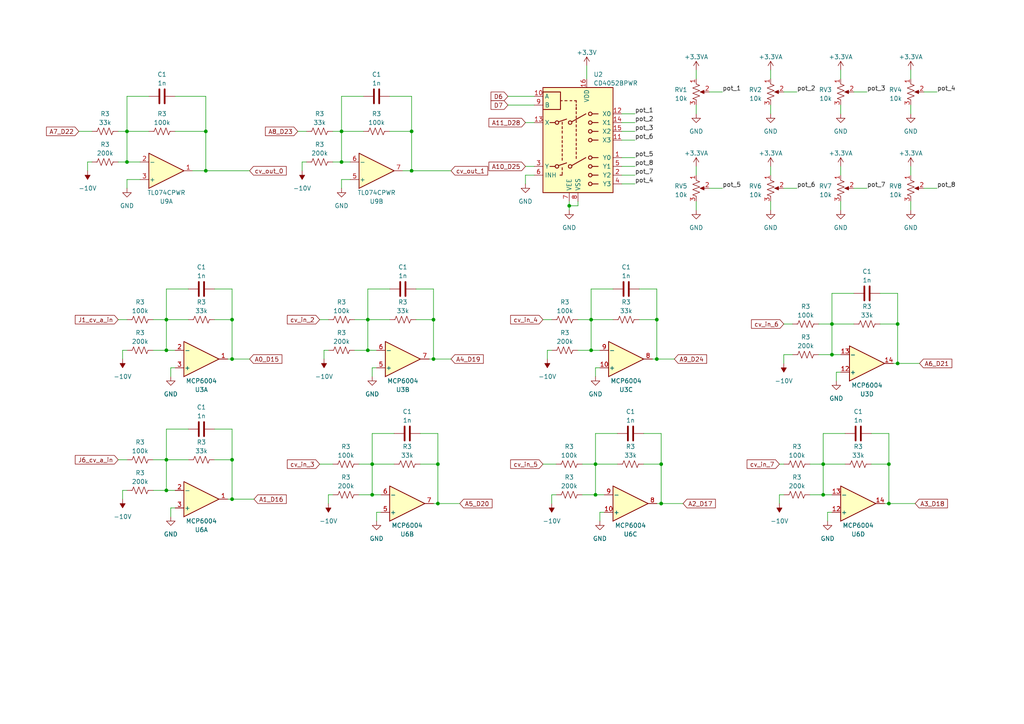
<source format=kicad_sch>
(kicad_sch (version 20230121) (generator eeschema)
  (paper "A4")
  (lib_symbols
    (symbol "Amplifier_Operational:MCP6004" (pin_names (offset 0.127))
      (property "Reference" "U" (at 0 5.08 0))
      (property "Value" "MCP6004" (at 0 -5.08 0))
      (symbol "MCP6004_1_1"
        (pin output line (at 7.62 0 180) (length 2.54) (name "~") (number "1"))
        (pin input line (at -7.62 -2.54 0) (length 2.54) (name "-") (number "2"))
        (pin input line (at -7.62 2.54 0) (length 2.54) (name "+") (number "3"))
      )
      (symbol "MCP6004_2_1"
        (pin input line (at -7.62 2.54 0) (length 2.54) (name "+") (number "5"))
        (pin input line (at -7.62 -2.54 0) (length 2.54) (name "-") (number "6"))
        (pin output line (at 7.62 0 180) (length 2.54) (name "~") (number "7"))
      )
      (symbol "MCP6004_3_1"
        (pin input line (at -7.62 2.54 0) (length 2.54) (name "+") (number "10"))
        (pin output line (at 7.62 0 180) (length 2.54) (name "~") (number "8"))
        (pin input line (at -7.62 -2.54 0) (length 2.54) (name "-") (number "9"))
      )
      (symbol "MCP6004_4_1"
        (pin input line (at -7.62 2.54 0) (length 2.54) (name "+") (number "12"))
        (pin input line (at -7.62 -2.54 0) (length 2.54) (name "-") (number "13"))
        (pin output line (at 7.62 0 180) (length 2.54) (name "~") (number "14"))
      )
      (symbol "MCP6004_5_1"
        (pin power_in line (at -2.54 -7.62 90) (length 3.81) (name "V-") (number "11"))
        (pin power_in line (at -2.54 7.62 270) (length 3.81) (name "V+") (number "4"))
      )
    )
    (symbol "Amplifier_Operational:TL074" (pin_names (offset 0.127))
      (property "Reference" "U" (at 0 5.08 0))
      (property "Value" "TL074" (at 0 -5.08 0))
      (symbol "TL074_1_1"
        (pin output line (at 7.62 0 180) (length 2.54) (name "~") (number "1"))
        (pin input line (at -7.62 -2.54 0) (length 2.54) (name "-") (number "2"))
        (pin input line (at -7.62 2.54 0) (length 2.54) (name "+") (number "3"))
      )
      (symbol "TL074_2_1"
        (pin input line (at -7.62 2.54 0) (length 2.54) (name "+") (number "5"))
        (pin input line (at -7.62 -2.54 0) (length 2.54) (name "-") (number "6"))
        (pin output line (at 7.62 0 180) (length 2.54) (name "~") (number "7"))
      )
      (symbol "TL074_3_1"
        (pin input line (at -7.62 2.54 0) (length 2.54) (name "+") (number "10"))
        (pin output line (at 7.62 0 180) (length 2.54) (name "~") (number "8"))
        (pin input line (at -7.62 -2.54 0) (length 2.54) (name "-") (number "9"))
      )
      (symbol "TL074_4_1"
        (pin input line (at -7.62 2.54 0) (length 2.54) (name "+") (number "12"))
        (pin input line (at -7.62 -2.54 0) (length 2.54) (name "-") (number "13"))
        (pin output line (at 7.62 0 180) (length 2.54) (name "~") (number "14"))
      )
      (symbol "TL074_5_1"
        (pin power_in line (at -2.54 -7.62 90) (length 3.81) (name "V-") (number "11"))
        (pin power_in line (at -2.54 7.62 270) (length 3.81) (name "V+") (number "4"))
      )
    )
    (symbol "Analog_Switch:CD4052B"
      (property "Reference" "U" (at -10.16 16.51 0))
      (property "Value" "CD4052B" (at 3.81 16.51 0))
      (symbol "CD4052B_1_1"
        (pin bidirectional line (at 12.7 -5.08 180) (length 2.54) (name "Y0") (number "1"))
        (pin input line (at -12.7 12.7 0) (length 2.54) (name "A") (number "10"))
        (pin bidirectional line (at 12.7 0 180) (length 2.54) (name "X3") (number "11"))
        (pin bidirectional line (at 12.7 7.62 180) (length 2.54) (name "X0") (number "12"))
        (pin bidirectional line (at -12.7 5.08 0) (length 2.54) (name "X") (number "13"))
        (pin bidirectional line (at 12.7 5.08 180) (length 2.54) (name "X1") (number "14"))
        (pin bidirectional line (at 12.7 2.54 180) (length 2.54) (name "X2") (number "15"))
        (pin power_in line (at 2.54 17.78 270) (length 2.54) (name "VDD") (number "16"))
        (pin bidirectional line (at 12.7 -10.16 180) (length 2.54) (name "Y2") (number "2"))
        (pin bidirectional line (at -12.7 -7.62 0) (length 2.54) (name "Y") (number "3"))
        (pin bidirectional line (at 12.7 -12.7 180) (length 2.54) (name "Y3") (number "4"))
        (pin bidirectional line (at 12.7 -7.62 180) (length 2.54) (name "Y1") (number "5"))
        (pin input line (at -12.7 -10.16 0) (length 2.54) (name "INH") (number "6"))
        (pin power_in line (at -2.54 -17.78 90) (length 2.54) (name "VEE") (number "7"))
        (pin power_in line (at 0 -17.78 90) (length 2.54) (name "VSS") (number "8"))
        (pin input line (at -12.7 10.16 0) (length 2.54) (name "B") (number "9"))
      )
    )
    (symbol "Device:C" (pin_numbers hide) (pin_names (offset 0.254))
      (property "Reference" "C" (at 0.635 2.54 0))
      (property "Value" "C" (at 0.635 -2.54 0))
      (symbol "C_1_1"
        (pin passive line (at 0 3.81 270) (length 2.794) (name "~") (number "1"))
        (pin passive line (at 0 -3.81 90) (length 2.794) (name "~") (number "2"))
      )
    )
    (symbol "Device:R_Potentiometer_US" (pin_names (offset 1.016) hide)
      (property "Reference" "RV" (at -4.445 0 90))
      (property "Value" "R_Potentiometer_US" (at -2.54 0 90))
      (symbol "R_Potentiometer_US_1_1"
        (pin passive line (at 0 3.81 270) (length 1.27) (name "1") (number "1"))
        (pin passive line (at 3.81 0 180) (length 1.27) (name "2") (number "2"))
        (pin passive line (at 0 -3.81 90) (length 1.27) (name "3") (number "3"))
      )
    )
    (symbol "Device:R_US" (pin_numbers hide) (pin_names (offset 0))
      (property "Reference" "R" (at 2.54 0 90))
      (property "Value" "R_US" (at -2.54 0 90))
      (symbol "R_US_1_1"
        (pin passive line (at 0 3.81 270) (length 1.27) (name "~") (number "1"))
        (pin passive line (at 0 -3.81 90) (length 1.27) (name "~") (number "2"))
      )
    )
    (symbol "power:+3.3V" (power) (pin_names (offset 0))
      (property "Value" "+3.3V" (at 0 3.556 0))
      (symbol "+3.3V_1_1"
        (pin power_in line (at 0 0 90) (length 0) hide (name "+3.3V") (number "1"))
      )
    )
    (symbol "power:+3.3VA" (power) (pin_names (offset 0))
      (property "Value" "+3.3VA" (at 0 3.556 0))
      (symbol "+3.3VA_1_1"
        (pin power_in line (at 0 0 90) (length 0) hide (name "+3.3VA") (number "1"))
      )
    )
    (symbol "power:-10V" (power) (pin_names (offset 0))
      (property "Value" "-10V" (at 0 3.81 0))
      (symbol "-10V_0_0"
        (pin power_in line (at 0 0 90) (length 0) hide (name "-10V") (number "1"))
      )
    )
    (symbol "power:GND" (power) (pin_names (offset 0))
      (property "Value" "GND" (at 0 -3.81 0))
      (symbol "GND_1_1"
        (pin power_in line (at 0 0 270) (length 0) hide (name "GND") (number "1"))
      )
    )
  )
  (junction (at 190.5 92.71))
  (junction (at 107.95 134.62))
  (junction (at 67.31 104.14))
  (junction (at 238.76 143.51))
  (junction (at 119.38 49.53))
  (junction (at 99.06 46.99))
  (junction (at 125.73 92.71))
  (junction (at 127 146.05))
  (junction (at 257.81 146.05))
  (junction (at 107.95 143.51))
  (junction (at 257.81 134.62))
  (junction (at 238.76 134.62))
  (junction (at 36.83 46.99))
  (junction (at 260.35 105.41))
  (junction (at 171.45 101.6))
  (junction (at 191.77 134.62))
  (junction (at 48.26 142.24))
  (junction (at 172.72 134.62))
  (junction (at 67.31 92.71))
  (junction (at 59.69 49.53))
  (junction (at 171.45 92.71))
  (junction (at 127 134.62))
  (junction (at 106.68 101.6))
  (junction (at 59.69 38.1))
  (junction (at 260.35 93.98))
  (junction (at 241.3 102.87))
  (junction (at 36.83 38.1))
  (junction (at 191.77 146.05))
  (junction (at 241.3 93.98))
  (junction (at 172.72 143.51))
  (junction (at 165.1 59.69))
  (junction (at 48.26 101.6))
  (junction (at 48.26 133.35))
  (junction (at 106.68 92.71))
  (junction (at 125.73 104.14))
  (junction (at 48.26 92.71))
  (junction (at 99.06 38.1))
  (junction (at 67.31 133.35))
  (junction (at 67.31 144.78))
  (junction (at 190.5 104.14))
  (junction (at 119.38 38.1))
  (wire (pts (xy 107.95 109.22) (xy 107.95 106.68)))
  (wire (pts (xy 67.31 144.78) (xy 73.66 144.78)))
  (wire (pts (xy 227.33 93.98) (xy 229.87 93.98)))
  (wire (pts (xy 119.38 38.1) (xy 119.38 49.53)))
  (wire (pts (xy 185.42 92.71) (xy 190.5 92.71)))
  (wire (pts (xy 67.31 83.82) (xy 67.31 92.71)))
  (wire (pts (xy 241.3 102.87) (xy 243.84 102.87)))
  (wire (pts (xy 36.83 52.07) (xy 40.64 52.07)))
  (wire (pts (xy 35.56 104.14) (xy 35.56 101.6)))
  (wire (pts (xy 152.4 50.8) (xy 154.94 50.8)))
  (wire (pts (xy 180.34 50.8) (xy 184.15 50.8)))
  (wire (pts (xy 48.26 101.6) (xy 50.8 101.6)))
  (wire (pts (xy 120.65 92.71) (xy 125.73 92.71)))
  (wire (pts (xy 252.73 134.62) (xy 257.81 134.62)))
  (wire (pts (xy 205.74 26.67) (xy 209.55 26.67)))
  (wire (pts (xy 106.68 83.82) (xy 106.68 92.71)))
  (wire (pts (xy 167.64 101.6) (xy 171.45 101.6)))
  (wire (pts (xy 201.93 48.26) (xy 201.93 50.8)))
  (wire (pts (xy 35.56 144.78) (xy 35.56 142.24)))
  (wire (pts (xy 238.76 125.73) (xy 238.76 134.62)))
  (wire (pts (xy 35.56 142.24) (xy 36.83 142.24)))
  (wire (pts (xy 168.91 143.51) (xy 172.72 143.51)))
  (wire (pts (xy 48.26 92.71) (xy 48.26 101.6)))
  (wire (pts (xy 44.45 92.71) (xy 48.26 92.71)))
  (wire (pts (xy 152.4 53.34) (xy 152.4 50.8)))
  (wire (pts (xy 62.23 83.82) (xy 67.31 83.82)))
  (wire (pts (xy 44.45 142.24) (xy 48.26 142.24)))
  (wire (pts (xy 165.1 58.42) (xy 165.1 59.69)))
  (wire (pts (xy 234.95 143.51) (xy 238.76 143.51)))
  (wire (pts (xy 43.18 27.94) (xy 36.83 27.94)))
  (wire (pts (xy 48.26 124.46) (xy 48.26 133.35)))
  (wire (pts (xy 180.34 45.72) (xy 184.15 45.72)))
  (wire (pts (xy 257.81 134.62) (xy 257.81 146.05)))
  (wire (pts (xy 167.64 58.42) (xy 167.64 59.69)))
  (wire (pts (xy 171.45 92.71) (xy 177.8 92.71)))
  (wire (pts (xy 243.84 20.32) (xy 243.84 22.86)))
  (wire (pts (xy 92.71 92.71) (xy 95.25 92.71)))
  (wire (pts (xy 99.06 27.94) (xy 99.06 38.1)))
  (wire (pts (xy 257.81 146.05) (xy 265.43 146.05)))
  (wire (pts (xy 125.73 104.14) (xy 124.46 104.14)))
  (wire (pts (xy 158.75 104.14) (xy 158.75 101.6)))
  (wire (pts (xy 102.87 92.71) (xy 106.68 92.71)))
  (wire (pts (xy 226.06 143.51) (xy 227.33 143.51)))
  (wire (pts (xy 48.26 142.24) (xy 50.8 142.24)))
  (wire (pts (xy 50.8 38.1) (xy 59.69 38.1)))
  (wire (pts (xy 147.32 27.94) (xy 154.94 27.94)))
  (wire (pts (xy 59.69 27.94) (xy 59.69 38.1)))
  (wire (pts (xy 226.06 134.62) (xy 227.33 134.62)))
  (wire (pts (xy 119.38 27.94) (xy 119.38 38.1)))
  (wire (pts (xy 165.1 59.69) (xy 165.1 60.96)))
  (wire (pts (xy 157.48 92.71) (xy 160.02 92.71)))
  (wire (pts (xy 227.33 102.87) (xy 229.87 102.87)))
  (wire (pts (xy 223.52 48.26) (xy 223.52 50.8)))
  (wire (pts (xy 172.72 134.62) (xy 179.07 134.62)))
  (wire (pts (xy 190.5 92.71) (xy 190.5 104.14)))
  (wire (pts (xy 67.31 92.71) (xy 67.31 104.14)))
  (wire (pts (xy 114.3 125.73) (xy 107.95 125.73)))
  (wire (pts (xy 34.29 38.1) (xy 36.83 38.1)))
  (wire (pts (xy 104.14 134.62) (xy 107.95 134.62)))
  (wire (pts (xy 172.72 109.22) (xy 172.72 106.68)))
  (wire (pts (xy 241.3 93.98) (xy 247.65 93.98)))
  (wire (pts (xy 223.52 20.32) (xy 223.52 22.86)))
  (wire (pts (xy 238.76 134.62) (xy 238.76 143.51)))
  (wire (pts (xy 252.73 125.73) (xy 257.81 125.73)))
  (wire (pts (xy 107.95 143.51) (xy 110.49 143.51)))
  (wire (pts (xy 121.92 134.62) (xy 127 134.62)))
  (wire (pts (xy 152.4 35.56) (xy 154.94 35.56)))
  (wire (pts (xy 177.8 83.82) (xy 171.45 83.82)))
  (wire (pts (xy 257.81 146.05) (xy 256.54 146.05)))
  (wire (pts (xy 48.26 92.71) (xy 54.61 92.71)))
  (wire (pts (xy 260.35 105.41) (xy 266.7 105.41)))
  (wire (pts (xy 36.83 27.94) (xy 36.83 38.1)))
  (wire (pts (xy 243.84 58.42) (xy 243.84 60.96)))
  (wire (pts (xy 25.4 46.99) (xy 26.67 46.99)))
  (wire (pts (xy 237.49 102.87) (xy 241.3 102.87)))
  (wire (pts (xy 67.31 144.78) (xy 66.04 144.78)))
  (wire (pts (xy 158.75 101.6) (xy 160.02 101.6)))
  (wire (pts (xy 119.38 49.53) (xy 116.84 49.53)))
  (wire (pts (xy 247.65 26.67) (xy 251.46 26.67)))
  (wire (pts (xy 99.06 46.99) (xy 101.6 46.99)))
  (wire (pts (xy 165.1 59.69) (xy 167.64 59.69)))
  (wire (pts (xy 237.49 93.98) (xy 241.3 93.98)))
  (wire (pts (xy 34.29 46.99) (xy 36.83 46.99)))
  (wire (pts (xy 36.83 38.1) (xy 36.83 46.99)))
  (wire (pts (xy 107.95 134.62) (xy 114.3 134.62)))
  (wire (pts (xy 245.11 125.73) (xy 238.76 125.73)))
  (wire (pts (xy 190.5 104.14) (xy 195.58 104.14)))
  (wire (pts (xy 96.52 38.1) (xy 99.06 38.1)))
  (wire (pts (xy 107.95 125.73) (xy 107.95 134.62)))
  (wire (pts (xy 34.29 133.35) (xy 36.83 133.35)))
  (wire (pts (xy 86.36 38.1) (xy 88.9 38.1)))
  (wire (pts (xy 264.16 48.26) (xy 264.16 50.8)))
  (wire (pts (xy 180.34 33.02) (xy 184.15 33.02)))
  (wire (pts (xy 171.45 92.71) (xy 171.45 101.6)))
  (wire (pts (xy 238.76 143.51) (xy 241.3 143.51)))
  (wire (pts (xy 247.65 54.61) (xy 251.46 54.61)))
  (wire (pts (xy 264.16 20.32) (xy 264.16 22.86)))
  (wire (pts (xy 267.97 54.61) (xy 271.78 54.61)))
  (wire (pts (xy 160.02 143.51) (xy 161.29 143.51)))
  (wire (pts (xy 34.29 92.71) (xy 36.83 92.71)))
  (wire (pts (xy 240.03 148.59) (xy 241.3 148.59)))
  (wire (pts (xy 48.26 133.35) (xy 48.26 142.24)))
  (wire (pts (xy 223.52 58.42) (xy 223.52 60.96)))
  (wire (pts (xy 54.61 124.46) (xy 48.26 124.46)))
  (wire (pts (xy 173.99 151.13) (xy 173.99 148.59)))
  (wire (pts (xy 121.92 125.73) (xy 127 125.73)))
  (wire (pts (xy 180.34 40.64) (xy 184.15 40.64)))
  (wire (pts (xy 62.23 92.71) (xy 67.31 92.71)))
  (wire (pts (xy 201.93 20.32) (xy 201.93 22.86)))
  (wire (pts (xy 113.03 27.94) (xy 119.38 27.94)))
  (wire (pts (xy 127 134.62) (xy 127 146.05)))
  (wire (pts (xy 264.16 58.42) (xy 264.16 60.96)))
  (wire (pts (xy 67.31 124.46) (xy 67.31 133.35)))
  (wire (pts (xy 105.41 27.94) (xy 99.06 27.94)))
  (wire (pts (xy 260.35 105.41) (xy 259.08 105.41)))
  (wire (pts (xy 180.34 38.1) (xy 184.15 38.1)))
  (wire (pts (xy 36.83 38.1) (xy 43.18 38.1)))
  (wire (pts (xy 190.5 104.14) (xy 189.23 104.14)))
  (wire (pts (xy 255.27 93.98) (xy 260.35 93.98)))
  (wire (pts (xy 49.53 109.22) (xy 49.53 106.68)))
  (wire (pts (xy 185.42 83.82) (xy 190.5 83.82)))
  (wire (pts (xy 260.35 85.09) (xy 260.35 93.98)))
  (wire (pts (xy 107.95 106.68) (xy 109.22 106.68)))
  (wire (pts (xy 267.97 26.67) (xy 271.78 26.67)))
  (wire (pts (xy 157.48 134.62) (xy 161.29 134.62)))
  (wire (pts (xy 170.18 19.05) (xy 170.18 22.86)))
  (wire (pts (xy 152.4 48.26) (xy 154.94 48.26)))
  (wire (pts (xy 173.99 148.59) (xy 175.26 148.59)))
  (wire (pts (xy 227.33 54.61) (xy 231.14 54.61)))
  (wire (pts (xy 125.73 83.82) (xy 125.73 92.71)))
  (wire (pts (xy 190.5 83.82) (xy 190.5 92.71)))
  (wire (pts (xy 243.84 48.26) (xy 243.84 50.8)))
  (wire (pts (xy 25.4 49.53) (xy 25.4 46.99)))
  (wire (pts (xy 180.34 35.56) (xy 184.15 35.56)))
  (wire (pts (xy 226.06 146.05) (xy 226.06 143.51)))
  (wire (pts (xy 227.33 105.41) (xy 227.33 102.87)))
  (wire (pts (xy 93.98 104.14) (xy 93.98 101.6)))
  (wire (pts (xy 172.72 143.51) (xy 175.26 143.51)))
  (wire (pts (xy 167.64 92.71) (xy 171.45 92.71)))
  (wire (pts (xy 260.35 93.98) (xy 260.35 105.41)))
  (wire (pts (xy 102.87 101.6) (xy 106.68 101.6)))
  (wire (pts (xy 227.33 26.67) (xy 231.14 26.67)))
  (wire (pts (xy 242.57 110.49) (xy 242.57 107.95)))
  (wire (pts (xy 99.06 38.1) (xy 105.41 38.1)))
  (wire (pts (xy 201.93 30.48) (xy 201.93 33.02)))
  (wire (pts (xy 106.68 101.6) (xy 109.22 101.6)))
  (wire (pts (xy 107.95 134.62) (xy 107.95 143.51)))
  (wire (pts (xy 238.76 134.62) (xy 245.11 134.62)))
  (wire (pts (xy 147.32 30.48) (xy 154.94 30.48)))
  (wire (pts (xy 106.68 92.71) (xy 113.03 92.71)))
  (wire (pts (xy 59.69 49.53) (xy 72.39 49.53)))
  (wire (pts (xy 59.69 49.53) (xy 55.88 49.53)))
  (wire (pts (xy 22.86 38.1) (xy 26.67 38.1)))
  (wire (pts (xy 62.23 133.35) (xy 67.31 133.35)))
  (wire (pts (xy 48.26 133.35) (xy 54.61 133.35)))
  (wire (pts (xy 93.98 101.6) (xy 95.25 101.6)))
  (wire (pts (xy 125.73 104.14) (xy 130.81 104.14)))
  (wire (pts (xy 191.77 134.62) (xy 191.77 146.05)))
  (wire (pts (xy 109.22 151.13) (xy 109.22 148.59)))
  (wire (pts (xy 234.95 134.62) (xy 238.76 134.62)))
  (wire (pts (xy 241.3 93.98) (xy 241.3 102.87)))
  (wire (pts (xy 49.53 149.86) (xy 49.53 147.32)))
  (wire (pts (xy 191.77 125.73) (xy 191.77 134.62)))
  (wire (pts (xy 49.53 147.32) (xy 50.8 147.32)))
  (wire (pts (xy 242.57 107.95) (xy 243.84 107.95)))
  (wire (pts (xy 59.69 38.1) (xy 59.69 49.53)))
  (wire (pts (xy 243.84 30.48) (xy 243.84 33.02)))
  (wire (pts (xy 171.45 101.6) (xy 173.99 101.6)))
  (wire (pts (xy 67.31 104.14) (xy 72.39 104.14)))
  (wire (pts (xy 36.83 54.61) (xy 36.83 52.07)))
  (wire (pts (xy 179.07 125.73) (xy 172.72 125.73)))
  (wire (pts (xy 113.03 83.82) (xy 106.68 83.82)))
  (wire (pts (xy 172.72 134.62) (xy 172.72 143.51)))
  (wire (pts (xy 168.91 134.62) (xy 172.72 134.62)))
  (wire (pts (xy 54.61 83.82) (xy 48.26 83.82)))
  (wire (pts (xy 180.34 53.34) (xy 184.15 53.34)))
  (wire (pts (xy 99.06 38.1) (xy 99.06 46.99)))
  (wire (pts (xy 104.14 143.51) (xy 107.95 143.51)))
  (wire (pts (xy 120.65 83.82) (xy 125.73 83.82)))
  (wire (pts (xy 87.63 46.99) (xy 88.9 46.99)))
  (wire (pts (xy 49.53 106.68) (xy 50.8 106.68)))
  (wire (pts (xy 101.6 52.07) (xy 99.06 52.07)))
  (wire (pts (xy 240.03 151.13) (xy 240.03 148.59)))
  (wire (pts (xy 257.81 125.73) (xy 257.81 134.62)))
  (wire (pts (xy 201.93 58.42) (xy 201.93 60.96)))
  (wire (pts (xy 113.03 38.1) (xy 119.38 38.1)))
  (wire (pts (xy 106.68 92.71) (xy 106.68 101.6)))
  (wire (pts (xy 186.69 134.62) (xy 191.77 134.62)))
  (wire (pts (xy 48.26 83.82) (xy 48.26 92.71)))
  (wire (pts (xy 50.8 27.94) (xy 59.69 27.94)))
  (wire (pts (xy 171.45 83.82) (xy 171.45 92.71)))
  (wire (pts (xy 125.73 92.71) (xy 125.73 104.14)))
  (wire (pts (xy 127 125.73) (xy 127 134.62)))
  (wire (pts (xy 180.34 48.26) (xy 184.15 48.26)))
  (wire (pts (xy 127 146.05) (xy 125.73 146.05)))
  (wire (pts (xy 172.72 106.68) (xy 173.99 106.68)))
  (wire (pts (xy 255.27 85.09) (xy 260.35 85.09)))
  (wire (pts (xy 44.45 133.35) (xy 48.26 133.35)))
  (wire (pts (xy 172.72 125.73) (xy 172.72 134.62)))
  (wire (pts (xy 223.52 30.48) (xy 223.52 33.02)))
  (wire (pts (xy 62.23 124.46) (xy 67.31 124.46)))
  (wire (pts (xy 67.31 133.35) (xy 67.31 144.78)))
  (wire (pts (xy 95.25 146.05) (xy 95.25 143.51)))
  (wire (pts (xy 264.16 30.48) (xy 264.16 33.02)))
  (wire (pts (xy 44.45 101.6) (xy 48.26 101.6)))
  (wire (pts (xy 205.74 54.61) (xy 209.55 54.61)))
  (wire (pts (xy 119.38 49.53) (xy 130.81 49.53)))
  (wire (pts (xy 191.77 146.05) (xy 190.5 146.05)))
  (wire (pts (xy 247.65 85.09) (xy 241.3 85.09)))
  (wire (pts (xy 241.3 85.09) (xy 241.3 93.98)))
  (wire (pts (xy 191.77 146.05) (xy 198.12 146.05)))
  (wire (pts (xy 35.56 101.6) (xy 36.83 101.6)))
  (wire (pts (xy 99.06 52.07) (xy 99.06 54.61)))
  (wire (pts (xy 95.25 143.51) (xy 96.52 143.51)))
  (wire (pts (xy 96.52 46.99) (xy 99.06 46.99)))
  (wire (pts (xy 160.02 146.05) (xy 160.02 143.51)))
  (wire (pts (xy 67.31 104.14) (xy 66.04 104.14)))
  (wire (pts (xy 127 146.05) (xy 133.35 146.05)))
  (wire (pts (xy 109.22 148.59) (xy 110.49 148.59)))
  (wire (pts (xy 186.69 125.73) (xy 191.77 125.73)))
  (wire (pts (xy 92.71 134.62) (xy 96.52 134.62)))
  (wire (pts (xy 87.63 49.53) (xy 87.63 46.99)))
  (wire (pts (xy 36.83 46.99) (xy 40.64 46.99)))
  (label "pot_6" (at 184.15 40.64 0))
  (label "pot_5" (at 209.55 54.61 0))
  (label "pot_6" (at 231.14 54.61 0))
  (label "pot_4" (at 184.15 53.34 0))
  (label "pot_1" (at 209.55 26.67 0))
  (label "pot_7" (at 251.46 54.61 0))
  (label "pot_1" (at 184.15 33.02 0))
  (label "pot_5" (at 184.15 45.72 0))
  (label "pot_8" (at 184.15 48.26 0))
  (label "pot_2" (at 231.14 26.67 0))
  (label "pot_8" (at 271.78 54.61 0))
  (label "pot_7" (at 184.15 50.8 0))
  (label "pot_2" (at 184.15 35.56 0))
  (label "pot_4" (at 271.78 26.67 0))
  (label "pot_3" (at 184.15 38.1 0))
  (label "pot_3" (at 251.46 26.67 0))
  (global_label "cv_in_6" (shape input) (at 227.33 93.98 180) (property "Intersheetrefs" "${INTERSHEET_REFS}" (effects hide)))
  (global_label "cv_in_2" (shape input) (at 92.71 92.71 180) (property "Intersheetrefs" "${INTERSHEET_REFS}" (effects hide)))
  (global_label "A0_D15" (shape input) (at 72.39 104.14 0) (property "Intersheetrefs" "${INTERSHEET_REFS}" (effects hide)))
  (global_label "A5_D20" (shape input) (at 133.35 146.05 0) (property "Intersheetrefs" "${INTERSHEET_REFS}" (effects hide)))
  (global_label "A8_D23" (shape input) (at 86.36 38.1 180) (property "Intersheetrefs" "${INTERSHEET_REFS}" (effects hide)))
  (global_label "D7" (shape input) (at 147.32 30.48 180) (property "Intersheetrefs" "${INTERSHEET_REFS}" (effects hide)))
  (global_label "cv_in_5" (shape input) (at 157.48 134.62 180) (property "Intersheetrefs" "${INTERSHEET_REFS}" (effects hide)))
  (global_label "A2_D17" (shape input) (at 198.12 146.05 0) (property "Intersheetrefs" "${INTERSHEET_REFS}" (effects hide)))
  (global_label "cv_in_3" (shape input) (at 92.71 134.62 180) (property "Intersheetrefs" "${INTERSHEET_REFS}" (effects hide)))
  (global_label "A4_D19" (shape input) (at 130.81 104.14 0) (property "Intersheetrefs" "${INTERSHEET_REFS}" (effects hide)))
  (global_label "D6" (shape input) (at 147.32 27.94 180) (property "Intersheetrefs" "${INTERSHEET_REFS}" (effects hide)))
  (global_label "J6_cv_a_in" (shape input) (at 34.29 133.35 180) (property "Intersheetrefs" "${INTERSHEET_REFS}" (effects hide)))
  (global_label "cv_in_4" (shape input) (at 157.48 92.71 180) (property "Intersheetrefs" "${INTERSHEET_REFS}" (effects hide)))
  (global_label "cv_in_7" (shape input) (at 226.06 134.62 180) (property "Intersheetrefs" "${INTERSHEET_REFS}" (effects hide)))
  (global_label "A10_D25" (shape input) (at 152.4 48.26 180) (property "Intersheetrefs" "${INTERSHEET_REFS}" (effects hide)))
  (global_label "A6_D21" (shape input) (at 266.7 105.41 0) (property "Intersheetrefs" "${INTERSHEET_REFS}" (effects hide)))
  (global_label "cv_out_1" (shape input) (at 130.81 49.53 0) (property "Intersheetrefs" "${INTERSHEET_REFS}" (effects hide)))
  (global_label "A1_D16" (shape input) (at 73.66 144.78 0) (property "Intersheetrefs" "${INTERSHEET_REFS}" (effects hide)))
  (global_label "A9_D24" (shape input) (at 195.58 104.14 0) (property "Intersheetrefs" "${INTERSHEET_REFS}" (effects hide)))
  (global_label "A3_D18" (shape input) (at 265.43 146.05 0) (property "Intersheetrefs" "${INTERSHEET_REFS}" (effects hide)))
  (global_label "J1_cv_a_in" (shape input) (at 34.29 92.71 180) (property "Intersheetrefs" "${INTERSHEET_REFS}" (effects hide)))
  (global_label "A11_D28" (shape input) (at 152.4 35.56 180) (property "Intersheetrefs" "${INTERSHEET_REFS}" (effects hide)))
  (global_label "A7_D22" (shape input) (at 22.86 38.1 180) (property "Intersheetrefs" "${INTERSHEET_REFS}" (effects hide)))
  (global_label "cv_out_0" (shape input) (at 72.39 49.53 0) (property "Intersheetrefs" "${INTERSHEET_REFS}" (effects hide)))
  (symbol (lib_id "Device:R_Potentiometer_US") (at 243.84 54.61 0) (unit 1)
    (property "Reference" "RV7" (at 241.3 53.975 0) (effects (justify right)))
    (property "Value" "10k" (at 241.3 56.515 0) (effects (justify right)))
    (property "Footprint" "Potentiometer_THT:Potentiometer_Alpha_RD901F-40-00D_Single_Vertical" (effects hide))
    (instances (project "daisy_euro" (path "" (reference "RV7") (unit 1)) (path "" (reference "RV6") (unit 1))))
  )
  (symbol (lib_id "power:+3.3VA") (at 201.93 48.26 0) (unit 1)
    (property "Reference" "#PWR014" (effects hide))
    (property "Value" "+3.3VA" (at 201.93 44.45 0))
    (instances (project "daisy_euro" (path "" (reference "#PWR014") (unit 1)) (path "" (reference "#PWR011") (unit 1))))
  )
  (symbol (lib_id "Amplifier_Operational:MCP6004") (at 181.61 104.14 0) (mirror x) (unit 3)
    (property "Reference" "U3" (at 181.61 113.03 0))
    (property "Value" "MCP6004" (at 181.61 110.49 0))
    (property "Footprint" "Package_SO:TSSOP-14_4.4x5mm_P0.65mm" (effects hide))
    (property "Datasheet" "http://ww1.microchip.com/downloads/en/DeviceDoc/21733j.pdf" (effects hide))
  )
  (symbol (lib_id "power:GND") (at 36.83 54.61 0) (unit 1)
    (property "Reference" "#PWR023" (effects hide))
    (property "Value" "GND" (at 36.83 59.69 0))
    (instances (project "daisy_euro" (path "" (reference "#PWR023") (unit 1)) (path "" (reference "#PWR058") (unit 1))))
  )
  (symbol (lib_id "Device:R_US") (at 99.06 101.6 90) (unit 1)
    (property "Reference" "R3" (at 99.06 96.52 90))
    (property "Value" "200k" (at 99.06 99.06 90))
    (property "Footprint" "Resistor_SMD:R_0603_1608Metric" (effects hide))
    (instances (project "daisy_euro" (path "" (reference "R3") (unit 1)) (path "" (reference "R3") (unit 1)) (path "" (reference "R35") (unit 1))))
  )
  (symbol (lib_id "Device:R_Potentiometer_US") (at 223.52 26.67 0) (unit 1)
    (property "Reference" "RV2" (at 220.98 26.035 0) (effects (justify right)))
    (property "Value" "10k" (at 220.98 28.575 0) (effects (justify right)))
    (property "Footprint" "Potentiometer_THT:Potentiometer_Alpha_RD901F-40-00D_Single_Vertical" (effects hide))
    (instances (project "daisy_euro" (path "" (reference "RV2") (unit 1)) (path "" (reference "RV3") (unit 1))))
  )
  (symbol (lib_id "Device:C") (at 58.42 124.46 270) (unit 1)
    (property "Reference" "C1" (at 58.42 118.11 90))
    (property "Value" "1n" (at 58.42 120.65 90))
    (property "Footprint" "Capacitor_SMD:C_0603_1608Metric" (effects hide))
    (instances (project "daisy_euro" (path "" (reference "C1") (unit 1)) (path "" (reference "C1") (unit 1)) (path "" (reference "C13") (unit 1))))
  )
  (symbol (lib_id "power:+3.3VA") (at 243.84 20.32 0) (unit 1)
    (property "Reference" "#PWR010" (effects hide))
    (property "Value" "+3.3VA" (at 243.84 16.51 0))
    (instances (project "daisy_euro" (path "" (reference "#PWR010") (unit 1)) (path "" (reference "#PWR017") (unit 1))))
  )
  (symbol (lib_id "Device:R_US") (at 30.48 46.99 90) (unit 1)
    (property "Reference" "R3" (at 30.48 41.91 90))
    (property "Value" "200k" (at 30.48 44.45 90))
    (property "Footprint" "Resistor_SMD:R_0603_1608Metric" (effects hide))
    (instances (project "daisy_euro" (path "" (reference "R3") (unit 1)) (path "" (reference "R3") (unit 1)) (path "" (reference "R54") (unit 1))))
  )
  (symbol (lib_id "Device:R_US") (at 165.1 134.62 90) (unit 1)
    (property "Reference" "R3" (at 165.1 129.54 90))
    (property "Value" "100k" (at 165.1 132.08 90))
    (property "Footprint" "Resistor_SMD:R_0603_1608Metric" (effects hide))
    (instances (project "daisy_euro" (path "" (reference "R3") (unit 1)) (path "" (reference "R3") (unit 1)) (path "" (reference "R27") (unit 1))))
  )
  (symbol (lib_id "Device:R_US") (at 58.42 92.71 90) (unit 1)
    (property "Reference" "R3" (at 58.42 87.63 90))
    (property "Value" "33k" (at 58.42 90.17 90))
    (property "Footprint" "Resistor_SMD:R_0603_1608Metric" (effects hide))
    (property "LCSC Part Number" "C4216" (effects hide))
    (instances (project "daisy_euro" (path "" (reference "R3") (unit 1)) (path "" (reference "R3") (unit 1)) (path "" (reference "R31") (unit 1))))
  )
  (symbol (lib_id "power:-10V") (at 227.33 105.41 180) (unit 1)
    (property "Reference" "#PWR046" (effects hide))
    (property "Value" "-10V" (at 227.33 110.49 0))
    (instances (project "daisy_euro" (path "" (reference "#PWR046") (unit 1)) (path "" (reference "#PWR048") (unit 1))))
  )
  (symbol (lib_id "power:GND") (at 107.95 109.22 0) (unit 1)
    (property "Reference" "#PWR023" (effects hide))
    (property "Value" "GND" (at 107.95 114.3 0))
    (instances (project "daisy_euro" (path "" (reference "#PWR023") (unit 1)) (path "" (reference "#PWR039") (unit 1))))
  )
  (symbol (lib_id "Device:R_US") (at 40.64 101.6 90) (unit 1)
    (property "Reference" "R3" (at 40.64 96.52 90))
    (property "Value" "200k" (at 40.64 99.06 90))
    (property "Footprint" "Resistor_SMD:R_0603_1608Metric" (effects hide))
    (instances (project "daisy_euro" (path "" (reference "R3") (unit 1)) (path "" (reference "R3") (unit 1)) (path "" (reference "R29") (unit 1))))
  )
  (symbol (lib_id "power:GND") (at 240.03 151.13 0) (unit 1)
    (property "Reference" "#PWR023" (effects hide))
    (property "Value" "GND" (at 240.03 156.21 0))
    (instances (project "daisy_euro" (path "" (reference "#PWR023") (unit 1)) (path "" (reference "#PWR038") (unit 1))))
  )
  (symbol (lib_id "Device:R_US") (at 233.68 93.98 90) (unit 1)
    (property "Reference" "R3" (at 233.68 88.9 90))
    (property "Value" "100k" (at 233.68 91.44 90))
    (property "Footprint" "Resistor_SMD:R_0603_1608Metric" (effects hide))
    (instances (project "daisy_euro" (path "" (reference "R3") (unit 1)) (path "" (reference "R3") (unit 1)) (path "" (reference "R23") (unit 1))))
  )
  (symbol (lib_id "Device:R_US") (at 58.42 133.35 90) (unit 1)
    (property "Reference" "R3" (at 58.42 128.27 90))
    (property "Value" "33k" (at 58.42 130.81 90))
    (property "Footprint" "Resistor_SMD:R_0603_1608Metric" (effects hide))
    (instances (project "daisy_euro" (path "" (reference "R3") (unit 1)) (path "" (reference "R3") (unit 1)) (path "" (reference "R43") (unit 1))))
  )
  (symbol (lib_id "Device:R_US") (at 40.64 142.24 90) (unit 1)
    (property "Reference" "R3" (at 40.64 137.16 90))
    (property "Value" "200k" (at 40.64 139.7 90))
    (property "Footprint" "Resistor_SMD:R_0603_1608Metric" (effects hide))
    (instances (project "daisy_euro" (path "" (reference "R3") (unit 1)) (path "" (reference "R3") (unit 1)) (path "" (reference "R41") (unit 1))))
  )
  (symbol (lib_id "Device:R_US") (at 231.14 134.62 90) (unit 1)
    (property "Reference" "R3" (at 231.14 129.54 90))
    (property "Value" "100k" (at 231.14 132.08 90))
    (property "Footprint" "Resistor_SMD:R_0603_1608Metric" (effects hide))
    (instances (project "daisy_euro" (path "" (reference "R3") (unit 1)) (path "" (reference "R3") (unit 1)) (path "" (reference "R33") (unit 1))))
  )
  (symbol (lib_id "power:-10V") (at 35.56 104.14 180) (unit 1)
    (property "Reference" "#PWR046" (effects hide))
    (property "Value" "-10V" (at 35.56 109.22 0))
    (instances (project "daisy_euro" (path "" (reference "#PWR046") (unit 1)) (path "" (reference "#PWR051") (unit 1))))
  )
  (symbol (lib_id "power:+3.3VA") (at 201.93 20.32 0) (unit 1)
    (property "Reference" "#PWR06" (effects hide))
    (property "Value" "+3.3VA" (at 201.93 16.51 0))
    (instances (project "daisy_euro" (path "" (reference "#PWR06") (unit 1)) (path "" (reference "#PWR09") (unit 1))))
  )
  (symbol (lib_id "power:GND") (at 172.72 109.22 0) (unit 1)
    (property "Reference" "#PWR023" (effects hide))
    (property "Value" "GND" (at 172.72 114.3 0))
    (instances (project "daisy_euro" (path "" (reference "#PWR023") (unit 1)) (path "" (reference "#PWR040") (unit 1))))
  )
  (symbol (lib_id "power:+3.3V") (at 170.18 19.05 0) (unit 1)
    (property "Reference" "#PWR02" (effects hide))
    (property "Value" "+3.3V" (at 170.18 15.24 0))
    (instances (project "daisy_euro" (path "" (reference "#PWR02") (unit 1)) (path "" (reference "#PWR0109") (unit 1)) (path "" (reference "#PWR0111") (unit 1))))
  )
  (symbol (lib_id "Amplifier_Operational:MCP6004") (at 118.11 146.05 0) (mirror x) (unit 2)
    (property "Reference" "U6" (at 118.11 154.94 0))
    (property "Value" "MCP6004" (at 118.11 152.4 0))
    (property "Footprint" "Package_SO:TSSOP-14_4.4x5mm_P0.65mm" (effects hide))
    (property "Datasheet" "http://ww1.microchip.com/downloads/en/DeviceDoc/21733j.pdf" (effects hide))
  )
  (symbol (lib_id "power:GND") (at 223.52 60.96 0) (unit 1)
    (property "Reference" "#PWR017" (effects hide))
    (property "Value" "GND" (at 223.52 66.04 0))
    (instances (project "daisy_euro" (path "" (reference "#PWR017") (unit 1)) (path "" (reference "#PWR016") (unit 1))))
  )
  (symbol (lib_id "Device:R_US") (at 99.06 92.71 90) (unit 1)
    (property "Reference" "R3" (at 99.06 87.63 90))
    (property "Value" "100k" (at 99.06 90.17 90))
    (property "Footprint" "Resistor_SMD:R_0603_1608Metric" (effects hide))
    (instances (project "daisy_euro" (path "" (reference "R3") (unit 1)) (path "" (reference "R3") (unit 1)) (path "" (reference "R36") (unit 1))))
  )
  (symbol (lib_id "Device:R_US") (at 248.92 134.62 90) (unit 1)
    (property "Reference" "R3" (at 248.92 129.54 90))
    (property "Value" "33k" (at 248.92 132.08 90))
    (property "Footprint" "Resistor_SMD:R_0603_1608Metric" (effects hide))
    (instances (project "daisy_euro" (path "" (reference "R3") (unit 1)) (path "" (reference "R3") (unit 1)) (path "" (reference "R34") (unit 1))))
  )
  (symbol (lib_id "Amplifier_Operational:MCP6004") (at 116.84 104.14 0) (mirror x) (unit 2)
    (property "Reference" "U3" (at 116.84 113.03 0))
    (property "Value" "MCP6004" (at 116.84 110.49 0))
    (property "Footprint" "Package_SO:TSSOP-14_4.4x5mm_P0.65mm" (effects hide))
    (property "Datasheet" "http://ww1.microchip.com/downloads/en/DeviceDoc/21733j.pdf" (effects hide))
  )
  (symbol (lib_id "Device:R_US") (at 163.83 92.71 90) (unit 1)
    (property "Reference" "R3" (at 163.83 87.63 90))
    (property "Value" "100k" (at 163.83 90.17 90))
    (property "Footprint" "Resistor_SMD:R_0603_1608Metric" (effects hide))
    (instances (project "daisy_euro" (path "" (reference "R3") (unit 1)) (path "" (reference "R3") (unit 1)) (path "" (reference "R39") (unit 1))))
  )
  (symbol (lib_id "power:+3.3VA") (at 264.16 48.26 0) (unit 1)
    (property "Reference" "#PWR020" (effects hide))
    (property "Value" "+3.3VA" (at 264.16 44.45 0))
    (instances (project "daisy_euro" (path "" (reference "#PWR020") (unit 1)) (path "" (reference "#PWR023") (unit 1))))
  )
  (symbol (lib_id "Device:R_US") (at 40.64 133.35 90) (unit 1)
    (property "Reference" "R3" (at 40.64 128.27 90))
    (property "Value" "100k" (at 40.64 130.81 90))
    (property "Footprint" "Resistor_SMD:R_0603_1608Metric" (effects hide))
    (instances (project "daisy_euro" (path "" (reference "R3") (unit 1)) (path "" (reference "R3") (unit 1)) (path "" (reference "R42") (unit 1))))
  )
  (symbol (lib_id "Device:R_Potentiometer_US") (at 201.93 26.67 0) (unit 1)
    (property "Reference" "RV1" (at 199.39 26.035 0) (effects (justify right)))
    (property "Value" "10k" (at 199.39 28.575 0) (effects (justify right)))
    (property "Footprint" "Potentiometer_THT:Potentiometer_Alpha_RD901F-40-00D_Single_Vertical" (effects hide))
  )
  (symbol (lib_id "Amplifier_Operational:MCP6004") (at 58.42 144.78 0) (mirror x) (unit 1)
    (property "Reference" "U6" (at 58.42 153.67 0))
    (property "Value" "MCP6004" (at 58.42 151.13 0))
    (property "Footprint" "Package_SO:TSSOP-14_4.4x5mm_P0.65mm" (effects hide))
    (property "Datasheet" "http://ww1.microchip.com/downloads/en/DeviceDoc/21733j.pdf" (effects hide))
  )
  (symbol (lib_id "power:+3.3VA") (at 223.52 48.26 0) (unit 1)
    (property "Reference" "#PWR016" (effects hide))
    (property "Value" "+3.3VA" (at 223.52 44.45 0))
    (instances (project "daisy_euro" (path "" (reference "#PWR016") (unit 1)) (path "" (reference "#PWR015") (unit 1))))
  )
  (symbol (lib_id "power:GND") (at 243.84 33.02 0) (unit 1)
    (property "Reference" "#PWR011" (effects hide))
    (property "Value" "GND" (at 243.84 38.1 0))
    (instances (project "daisy_euro" (path "" (reference "#PWR011") (unit 1)) (path "" (reference "#PWR018") (unit 1))))
  )
  (symbol (lib_id "Device:C") (at 181.61 83.82 270) (unit 1)
    (property "Reference" "C1" (at 181.61 77.47 90))
    (property "Value" "1n" (at 181.61 80.01 90))
    (property "Footprint" "Capacitor_SMD:C_0603_1608Metric" (effects hide))
    (instances (project "daisy_euro" (path "" (reference "C1") (unit 1)) (path "" (reference "C1") (unit 1)) (path "" (reference "C12") (unit 1))))
  )
  (symbol (lib_id "Device:C") (at 251.46 85.09 270) (unit 1)
    (property "Reference" "C1" (at 251.46 78.74 90))
    (property "Value" "1n" (at 251.46 81.28 90))
    (property "Footprint" "Capacitor_SMD:C_0603_1608Metric" (effects hide))
    (instances (project "daisy_euro" (path "" (reference "C1") (unit 1)) (path "" (reference "C1") (unit 1)) (path "" (reference "C7") (unit 1))))
  )
  (symbol (lib_id "Device:R_US") (at 100.33 134.62 90) (unit 1)
    (property "Reference" "R3" (at 100.33 129.54 90))
    (property "Value" "100k" (at 100.33 132.08 90))
    (property "Footprint" "Resistor_SMD:R_0603_1608Metric" (effects hide))
    (instances (project "daisy_euro" (path "" (reference "R3") (unit 1)) (path "" (reference "R3") (unit 1)) (path "" (reference "R45") (unit 1))))
  )
  (symbol (lib_id "Device:R_US") (at 182.88 134.62 90) (unit 1)
    (property "Reference" "R3" (at 182.88 129.54 90))
    (property "Value" "33k" (at 182.88 132.08 90))
    (property "Footprint" "Resistor_SMD:R_0603_1608Metric" (effects hide))
    (instances (project "daisy_euro" (path "" (reference "R3") (unit 1)) (path "" (reference "R3") (unit 1)) (path "" (reference "R28") (unit 1))))
  )
  (symbol (lib_id "power:GND") (at 201.93 33.02 0) (unit 1)
    (property "Reference" "#PWR07" (effects hide))
    (property "Value" "GND" (at 201.93 38.1 0))
    (instances (project "daisy_euro" (path "" (reference "#PWR07") (unit 1)) (path "" (reference "#PWR010") (unit 1))))
  )
  (symbol (lib_id "Amplifier_Operational:TL074") (at 48.26 49.53 0) (mirror x) (unit 1)
    (property "Reference" "U9" (at 48.26 58.42 0))
    (property "Value" "TL074CPWR" (at 48.26 55.88 0))
    (property "Footprint" "Package_SO:TSSOP-14_4.4x5mm_P0.65mm" (effects hide))
    (property "Datasheet" "http://www.ti.com/lit/ds/symlink/tl071.pdf" (effects hide))
  )
  (symbol (lib_id "Device:R_US") (at 40.64 92.71 90) (unit 1)
    (property "Reference" "R3" (at 40.64 87.63 90))
    (property "Value" "100k" (at 40.64 90.17 90))
    (property "Footprint" "Resistor_SMD:R_0603_1608Metric" (effects hide))
    (instances (project "daisy_euro" (path "" (reference "R3") (unit 1)) (path "" (reference "R3") (unit 1)) (path "" (reference "R30") (unit 1))))
  )
  (symbol (lib_id "power:GND") (at 243.84 60.96 0) (unit 1)
    (property "Reference" "#PWR019" (effects hide))
    (property "Value" "GND" (at 243.84 66.04 0))
    (instances (project "daisy_euro" (path "" (reference "#PWR019") (unit 1)) (path "" (reference "#PWR020") (unit 1))))
  )
  (symbol (lib_id "power:GND") (at 99.06 54.61 0) (unit 1)
    (property "Reference" "#PWR023" (effects hide))
    (property "Value" "GND" (at 99.06 59.69 0))
    (instances (project "daisy_euro" (path "" (reference "#PWR023") (unit 1)) (path "" (reference "#PWR061") (unit 1))))
  )
  (symbol (lib_id "power:GND") (at 264.16 60.96 0) (unit 1)
    (property "Reference" "#PWR021" (effects hide))
    (property "Value" "GND" (at 264.16 66.04 0))
    (instances (project "daisy_euro" (path "" (reference "#PWR021") (unit 1)) (path "" (reference "#PWR024") (unit 1))))
  )
  (symbol (lib_id "Device:R_Potentiometer_US") (at 264.16 54.61 0) (unit 1)
    (property "Reference" "RV8" (at 261.62 53.975 0) (effects (justify right)))
    (property "Value" "10k" (at 261.62 56.515 0) (effects (justify right)))
    (property "Footprint" "Potentiometer_THT:Potentiometer_Alpha_RD901F-40-00D_Single_Vertical" (effects hide))
  )
  (symbol (lib_id "Amplifier_Operational:MCP6004") (at 58.42 104.14 0) (mirror x) (unit 1)
    (property "Reference" "U3" (at 58.42 113.03 0))
    (property "Value" "MCP6004" (at 58.42 110.49 0))
    (property "Footprint" "Package_SO:TSSOP-14_4.4x5mm_P0.65mm" (effects hide))
    (property "Datasheet" "http://ww1.microchip.com/downloads/en/DeviceDoc/21733j.pdf" (effects hide))
  )
  (symbol (lib_id "Device:R_US") (at 118.11 134.62 90) (unit 1)
    (property "Reference" "R3" (at 118.11 129.54 90))
    (property "Value" "33k" (at 118.11 132.08 90))
    (property "Footprint" "Resistor_SMD:R_0603_1608Metric" (effects hide))
    (instances (project "daisy_euro" (path "" (reference "R3") (unit 1)) (path "" (reference "R3") (unit 1)) (path "" (reference "R46") (unit 1))))
  )
  (symbol (lib_id "power:-10V") (at 160.02 146.05 180) (unit 1)
    (property "Reference" "#PWR046" (effects hide))
    (property "Value" "-10V" (at 160.02 151.13 0))
    (instances (project "daisy_euro" (path "" (reference "#PWR046") (unit 1)) (path "" (reference "#PWR054") (unit 1))))
  )
  (symbol (lib_id "power:GND") (at 264.16 33.02 0) (unit 1)
    (property "Reference" "#PWR013" (effects hide))
    (property "Value" "GND" (at 264.16 38.1 0))
    (instances (project "daisy_euro" (path "" (reference "#PWR013") (unit 1)) (path "" (reference "#PWR022") (unit 1))))
  )
  (symbol (lib_id "Device:R_US") (at 251.46 93.98 90) (unit 1)
    (property "Reference" "R3" (at 251.46 88.9 90))
    (property "Value" "33k" (at 251.46 91.44 90))
    (property "Footprint" "Resistor_SMD:R_0603_1608Metric" (effects hide))
    (instances (project "daisy_euro" (path "" (reference "R3") (unit 1)) (path "" (reference "R3") (unit 1)) (path "" (reference "R25") (unit 1))))
  )
  (symbol (lib_id "Device:R_US") (at 100.33 143.51 90) (unit 1)
    (property "Reference" "R3" (at 100.33 138.43 90))
    (property "Value" "200k" (at 100.33 140.97 90))
    (property "Footprint" "Resistor_SMD:R_0603_1608Metric" (effects hide))
    (instances (project "daisy_euro" (path "" (reference "R3") (unit 1)) (path "" (reference "R3") (unit 1)) (path "" (reference "R44") (unit 1))))
  )
  (symbol (lib_id "Device:R_Potentiometer_US") (at 243.84 26.67 0) (unit 1)
    (property "Reference" "RV3" (at 241.3 26.035 0) (effects (justify right)))
    (property "Value" "10k" (at 241.3 28.575 0) (effects (justify right)))
    (property "Footprint" "Potentiometer_THT:Potentiometer_Alpha_RD901F-40-00D_Single_Vertical" (effects hide))
    (instances (project "daisy_euro" (path "" (reference "RV3") (unit 1)) (path "" (reference "RV5") (unit 1))))
  )
  (symbol (lib_id "power:+3.3VA") (at 264.16 20.32 0) (unit 1)
    (property "Reference" "#PWR012" (effects hide))
    (property "Value" "+3.3VA" (at 264.16 16.51 0))
    (instances (project "daisy_euro" (path "" (reference "#PWR012") (unit 1)) (path "" (reference "#PWR021") (unit 1))))
  )
  (symbol (lib_id "Device:R_Potentiometer_US") (at 223.52 54.61 0) (unit 1)
    (property "Reference" "RV6" (at 220.98 53.975 0) (effects (justify right)))
    (property "Value" "10k" (at 220.98 56.515 0) (effects (justify right)))
    (property "Footprint" "Potentiometer_THT:Potentiometer_Alpha_RD901F-40-00D_Single_Vertical" (effects hide))
    (instances (project "daisy_euro" (path "" (reference "RV6") (unit 1)) (path "" (reference "RV4") (unit 1))))
  )
  (symbol (lib_id "power:GND") (at 49.53 109.22 0) (unit 1)
    (property "Reference" "#PWR023" (effects hide))
    (property "Value" "GND" (at 49.53 114.3 0))
    (instances (project "daisy_euro" (path "" (reference "#PWR023") (unit 1)) (path "" (reference "#PWR037") (unit 1))))
  )
  (symbol (lib_id "Device:C") (at 109.22 27.94 270) (unit 1)
    (property "Reference" "C1" (at 109.22 21.59 90))
    (property "Value" "1n" (at 109.22 24.13 90))
    (property "Footprint" "Capacitor_SMD:C_0603_1608Metric" (effects hide))
    (instances (project "daisy_euro" (path "" (reference "C1") (unit 1)) (path "" (reference "C1") (unit 1)) (path "" (reference "C16") (unit 1))))
  )
  (symbol (lib_id "Device:R_US") (at 165.1 143.51 90) (unit 1)
    (property "Reference" "R3" (at 165.1 138.43 90))
    (property "Value" "200k" (at 165.1 140.97 90))
    (property "Footprint" "Resistor_SMD:R_0603_1608Metric" (effects hide))
    (instances (project "daisy_euro" (path "" (reference "R3") (unit 1)) (path "" (reference "R3") (unit 1)) (path "" (reference "R26") (unit 1))))
  )
  (symbol (lib_id "power:-10V") (at 226.06 146.05 180) (unit 1)
    (property "Reference" "#PWR046" (effects hide))
    (property "Value" "-10V" (at 226.06 151.13 0))
    (instances (project "daisy_euro" (path "" (reference "#PWR046") (unit 1)) (path "" (reference "#PWR055") (unit 1))))
  )
  (symbol (lib_id "Amplifier_Operational:MCP6004") (at 251.46 105.41 0) (mirror x) (unit 4)
    (property "Reference" "U3" (at 251.46 114.3 0))
    (property "Value" "MCP6004" (at 251.46 111.76 0))
    (property "Footprint" "Package_SO:TSSOP-14_4.4x5mm_P0.65mm" (effects hide))
    (property "Datasheet" "http://ww1.microchip.com/downloads/en/DeviceDoc/21733j.pdf" (effects hide))
  )
  (symbol (lib_id "Device:R_US") (at 231.14 143.51 90) (unit 1)
    (property "Reference" "R3" (at 231.14 138.43 90))
    (property "Value" "200k" (at 231.14 140.97 90))
    (property "Footprint" "Resistor_SMD:R_0603_1608Metric" (effects hide))
    (instances (project "daisy_euro" (path "" (reference "R3") (unit 1)) (path "" (reference "R3") (unit 1)) (path "" (reference "R32") (unit 1))))
  )
  (symbol (lib_id "power:GND") (at 223.52 33.02 0) (unit 1)
    (property "Reference" "#PWR09" (effects hide))
    (property "Value" "GND" (at 223.52 38.1 0))
    (instances (project "daisy_euro" (path "" (reference "#PWR09") (unit 1)) (path "" (reference "#PWR014") (unit 1))))
  )
  (symbol (lib_id "Analog_Switch:CD4052B") (at 167.64 40.64 0) (unit 1)
    (property "Reference" "U2" (at 172.1359 21.59 0) (effects (justify left)))
    (property "Value" "CD4052BPWR" (at 172.1359 24.13 0) (effects (justify left)))
    (property "Footprint" "Package_SO:TSSOP-16_4.4x5mm_P0.65mm" (effects hide))
    (property "Datasheet" "http://www.ti.com/lit/ds/symlink/cd4052b.pdf" (effects hide))
  )
  (symbol (lib_id "power:GND") (at 173.99 151.13 0) (unit 1)
    (property "Reference" "#PWR023" (effects hide))
    (property "Value" "GND" (at 173.99 156.21 0))
    (instances (project "daisy_euro" (path "" (reference "#PWR023") (unit 1)) (path "" (reference "#PWR036") (unit 1))))
  )
  (symbol (lib_id "power:+3.3VA") (at 223.52 20.32 0) (unit 1)
    (property "Reference" "#PWR08" (effects hide))
    (property "Value" "+3.3VA" (at 223.52 16.51 0))
    (instances (project "daisy_euro" (path "" (reference "#PWR08") (unit 1)) (path "" (reference "#PWR013") (unit 1))))
  )
  (symbol (lib_id "power:GND") (at 109.22 151.13 0) (unit 1)
    (property "Reference" "#PWR023" (effects hide))
    (property "Value" "GND" (at 109.22 156.21 0))
    (instances (project "daisy_euro" (path "" (reference "#PWR023") (unit 1)) (path "" (reference "#PWR042") (unit 1))))
  )
  (symbol (lib_id "power:GND") (at 201.93 60.96 0) (unit 1)
    (property "Reference" "#PWR015" (effects hide))
    (property "Value" "GND" (at 201.93 66.04 0))
    (instances (project "daisy_euro" (path "" (reference "#PWR015") (unit 1)) (path "" (reference "#PWR012") (unit 1))))
  )
  (symbol (lib_id "Device:C") (at 58.42 83.82 270) (unit 1)
    (property "Reference" "C1" (at 58.42 77.47 90))
    (property "Value" "1n" (at 58.42 80.01 90))
    (property "Footprint" "Capacitor_SMD:C_0603_1608Metric" (effects hide))
    (instances (project "daisy_euro" (path "" (reference "C1") (unit 1)) (path "" (reference "C1") (unit 1)) (path "" (reference "C9") (unit 1))))
  )
  (symbol (lib_id "Device:R_US") (at 46.99 38.1 90) (unit 1)
    (property "Reference" "R3" (at 46.99 33.02 90))
    (property "Value" "100k" (at 46.99 35.56 90))
    (property "Footprint" "Resistor_SMD:R_0603_1608Metric" (effects hide))
    (instances (project "daisy_euro" (path "" (reference "R3") (unit 1)) (path "" (reference "R3") (unit 1)) (path "" (reference "R53") (unit 1))))
  )
  (symbol (lib_id "power:GND") (at 152.4 53.34 0) (unit 1)
    (property "Reference" "#PWR024" (effects hide))
    (property "Value" "GND" (at 152.4 58.42 0))
    (instances (project "daisy_euro" (path "" (reference "#PWR024") (unit 1)) (path "" (reference "#PWR06") (unit 1))))
  )
  (symbol (lib_id "power:-10V") (at 25.4 49.53 180) (unit 1)
    (property "Reference" "#PWR046" (effects hide))
    (property "Value" "-10V" (at 25.4 54.61 0))
    (instances (project "daisy_euro" (path "" (reference "#PWR046") (unit 1)) (path "" (reference "#PWR059") (unit 1))))
  )
  (symbol (lib_id "power:-10V") (at 35.56 144.78 180) (unit 1)
    (property "Reference" "#PWR046" (effects hide))
    (property "Value" "-10V" (at 35.56 149.86 0))
    (instances (project "daisy_euro" (path "" (reference "#PWR046") (unit 1)) (path "" (reference "#PWR052") (unit 1))))
  )
  (symbol (lib_id "Device:R_Potentiometer_US") (at 201.93 54.61 0) (unit 1)
    (property "Reference" "RV5" (at 199.39 53.975 0) (effects (justify right)))
    (property "Value" "10k" (at 199.39 56.515 0) (effects (justify right)))
    (property "Footprint" "Potentiometer_THT:Potentiometer_Alpha_RD901F-40-00D_Single_Vertical" (effects hide))
    (instances (project "daisy_euro" (path "" (reference "RV5") (unit 1)) (path "" (reference "RV2") (unit 1))))
  )
  (symbol (lib_id "power:-10V") (at 93.98 104.14 180) (unit 1)
    (property "Reference" "#PWR046" (effects hide))
    (property "Value" "-10V" (at 93.98 109.22 0))
    (instances (project "daisy_euro" (path "" (reference "#PWR046") (unit 1)) (path "" (reference "#PWR050") (unit 1))))
  )
  (symbol (lib_id "power:GND") (at 165.1 60.96 0) (unit 1)
    (property "Reference" "#PWR023" (effects hide))
    (property "Value" "GND" (at 165.1 66.04 0))
    (instances (project "daisy_euro" (path "" (reference "#PWR023") (unit 1)) (path "" (reference "#PWR07") (unit 1))))
  )
  (symbol (lib_id "Device:C") (at 182.88 125.73 270) (unit 1)
    (property "Reference" "C1" (at 182.88 119.38 90))
    (property "Value" "1n" (at 182.88 121.92 90))
    (property "Footprint" "Capacitor_SMD:C_0603_1608Metric" (effects hide))
    (instances (project "daisy_euro" (path "" (reference "C1") (unit 1)) (path "" (reference "C1") (unit 1)) (path "" (reference "C8") (unit 1))))
  )
  (symbol (lib_id "power:+3.3VA") (at 243.84 48.26 0) (unit 1)
    (property "Reference" "#PWR018" (effects hide))
    (property "Value" "+3.3VA" (at 243.84 44.45 0))
    (instances (project "daisy_euro" (path "" (reference "#PWR018") (unit 1)) (path "" (reference "#PWR019") (unit 1))))
  )
  (symbol (lib_id "Device:R_US") (at 109.22 38.1 90) (unit 1)
    (property "Reference" "R3" (at 109.22 33.02 90))
    (property "Value" "100k" (at 109.22 35.56 90))
    (property "Footprint" "Resistor_SMD:R_0603_1608Metric" (effects hide))
    (instances (project "daisy_euro" (path "" (reference "R3") (unit 1)) (path "" (reference "R3") (unit 1)) (path "" (reference "R59") (unit 1))))
  )
  (symbol (lib_id "Device:C") (at 116.84 83.82 270) (unit 1)
    (property "Reference" "C1" (at 116.84 77.47 90))
    (property "Value" "1n" (at 116.84 80.01 90))
    (property "Footprint" "Capacitor_SMD:C_0603_1608Metric" (effects hide))
    (instances (project "daisy_euro" (path "" (reference "C1") (unit 1)) (path "" (reference "C1") (unit 1)) (path "" (reference "C11") (unit 1))))
  )
  (symbol (lib_id "Device:R_US") (at 92.71 46.99 90) (unit 1)
    (property "Reference" "R3" (at 92.71 41.91 90))
    (property "Value" "200k" (at 92.71 44.45 90))
    (property "Footprint" "Resistor_SMD:R_0603_1608Metric" (effects hide))
    (instances (project "daisy_euro" (path "" (reference "R3") (unit 1)) (path "" (reference "R3") (unit 1)) (path "" (reference "R58") (unit 1))))
  )
  (symbol (lib_id "Amplifier_Operational:MCP6004") (at 248.92 146.05 0) (mirror x) (unit 4)
    (property "Reference" "U6" (at 248.92 154.94 0))
    (property "Value" "MCP6004" (at 248.92 152.4 0))
    (property "Footprint" "Package_SO:TSSOP-14_4.4x5mm_P0.65mm" (effects hide))
    (property "Datasheet" "http://ww1.microchip.com/downloads/en/DeviceDoc/21733j.pdf" (effects hide))
  )
  (symbol (lib_id "Device:R_US") (at 116.84 92.71 90) (unit 1)
    (property "Reference" "R3" (at 116.84 87.63 90))
    (property "Value" "33k" (at 116.84 90.17 90))
    (property "Footprint" "Resistor_SMD:R_0603_1608Metric" (effects hide))
    (instances (project "daisy_euro" (path "" (reference "R3") (unit 1)) (path "" (reference "R3") (unit 1)) (path "" (reference "R37") (unit 1))))
  )
  (symbol (lib_id "Device:C") (at 248.92 125.73 270) (unit 1)
    (property "Reference" "C1" (at 248.92 119.38 90))
    (property "Value" "1n" (at 248.92 121.92 90))
    (property "Footprint" "Capacitor_SMD:C_0603_1608Metric" (effects hide))
    (instances (project "daisy_euro" (path "" (reference "C1") (unit 1)) (path "" (reference "C1") (unit 1)) (path "" (reference "C10") (unit 1))))
  )
  (symbol (lib_id "Device:R_US") (at 163.83 101.6 90) (unit 1)
    (property "Reference" "R3" (at 163.83 96.52 90))
    (property "Value" "200k" (at 163.83 99.06 90))
    (property "Footprint" "Resistor_SMD:R_0603_1608Metric" (effects hide))
    (instances (project "daisy_euro" (path "" (reference "R3") (unit 1)) (path "" (reference "R3") (unit 1)) (path "" (reference "R38") (unit 1))))
  )
  (symbol (lib_id "power:-10V") (at 158.75 104.14 180) (unit 1)
    (property "Reference" "#PWR046" (effects hide))
    (property "Value" "-10V" (at 158.75 109.22 0))
    (instances (project "daisy_euro" (path "" (reference "#PWR046") (unit 1)) (path "" (reference "#PWR049") (unit 1))))
  )
  (symbol (lib_id "Device:R_US") (at 92.71 38.1 90) (unit 1)
    (property "Reference" "R3" (at 92.71 33.02 90))
    (property "Value" "33k" (at 92.71 35.56 90))
    (property "Footprint" "Resistor_SMD:R_0603_1608Metric" (effects hide))
    (property "LCSC Part Number" "C4216" (effects hide))
    (instances (project "daisy_euro" (path "" (reference "R3") (unit 1)) (path "" (reference "R3") (unit 1)) (path "" (reference "R57") (unit 1))))
  )
  (symbol (lib_id "Device:C") (at 46.99 27.94 270) (unit 1)
    (property "Reference" "C1" (at 46.99 21.59 90))
    (property "Value" "1n" (at 46.99 24.13 90))
    (property "Footprint" "Capacitor_SMD:C_0603_1608Metric" (effects hide))
    (instances (project "daisy_euro" (path "" (reference "C1") (unit 1)) (path "" (reference "C1") (unit 1)) (path "" (reference "C15") (unit 1))))
  )
  (symbol (lib_id "power:GND") (at 242.57 110.49 0) (unit 1)
    (property "Reference" "#PWR023" (effects hide))
    (property "Value" "GND" (at 242.57 115.57 0))
    (instances (project "daisy_euro" (path "" (reference "#PWR023") (unit 1)) (path "" (reference "#PWR035") (unit 1))))
  )
  (symbol (lib_id "Device:R_US") (at 30.48 38.1 90) (unit 1)
    (property "Reference" "R3" (at 30.48 33.02 90))
    (property "Value" "33k" (at 30.48 35.56 90))
    (property "Footprint" "Resistor_SMD:R_0603_1608Metric" (effects hide))
    (property "LCSC Part Numer" "C4216" (effects hide))
    (property "MFR PN" "0603WAF3302T5E" (effects hide))
    (property "PCBA" "yes" (effects hide))
    (instances (project "daisy_euro" (path "" (reference "R3") (unit 1)) (path "" (reference "R3") (unit 1)) (path "" (reference "R52") (unit 1))))
  )
  (symbol (lib_id "power:-10V") (at 87.63 49.53 180) (unit 1)
    (property "Reference" "#PWR046" (effects hide))
    (property "Value" "-10V" (at 87.63 54.61 0))
    (instances (project "daisy_euro" (path "" (reference "#PWR046") (unit 1)) (path "" (reference "#PWR060") (unit 1))))
  )
  (symbol (lib_id "Amplifier_Operational:MCP6004") (at 182.88 146.05 0) (mirror x) (unit 3)
    (property "Reference" "U6" (at 182.88 154.94 0))
    (property "Value" "MCP6004" (at 182.88 152.4 0))
    (property "Footprint" "Package_SO:TSSOP-14_4.4x5mm_P0.65mm" (effects hide))
    (property "Datasheet" "http://ww1.microchip.com/downloads/en/DeviceDoc/21733j.pdf" (effects hide))
  )
  (symbol (lib_id "Device:R_Potentiometer_US") (at 264.16 26.67 0) (unit 1)
    (property "Reference" "RV4" (at 261.62 26.035 0) (effects (justify right)))
    (property "Value" "10k" (at 261.62 28.575 0) (effects (justify right)))
    (property "Footprint" "Potentiometer_THT:Potentiometer_Alpha_RD901F-40-00D_Single_Vertical" (effects hide))
    (instances (project "daisy_euro" (path "" (reference "RV4") (unit 1)) (path "" (reference "RV7") (unit 1))))
  )
  (symbol (lib_id "power:-10V") (at 95.25 146.05 180) (unit 1)
    (property "Reference" "#PWR046" (effects hide))
    (property "Value" "-10V" (at 95.25 151.13 0))
    (instances (project "daisy_euro" (path "" (reference "#PWR046") (unit 1)) (path "" (reference "#PWR053") (unit 1))))
  )
  (symbol (lib_id "Device:R_US") (at 181.61 92.71 90) (unit 1)
    (property "Reference" "R3" (at 181.61 87.63 90))
    (property "Value" "33k" (at 181.61 90.17 90))
    (property "Footprint" "Resistor_SMD:R_0603_1608Metric" (effects hide))
    (instances (project "daisy_euro" (path "" (reference "R3") (unit 1)) (path "" (reference "R3") (unit 1)) (path "" (reference "R40") (unit 1))))
  )
  (symbol (lib_id "Device:C") (at 118.11 125.73 270) (unit 1)
    (property "Reference" "C1" (at 118.11 119.38 90))
    (property "Value" "1n" (at 118.11 121.92 90))
    (property "Footprint" "Capacitor_SMD:C_0603_1608Metric" (effects hide))
    (instances (project "daisy_euro" (path "" (reference "C1") (unit 1)) (path "" (reference "C1") (unit 1)) (path "" (reference "C14") (unit 1))))
  )
  (symbol (lib_id "Device:R_US") (at 233.68 102.87 90) (unit 1)
    (property "Reference" "R3" (at 233.68 97.79 90))
    (property "Value" "200k" (at 233.68 100.33 90))
    (property "Footprint" "Resistor_SMD:R_0603_1608Metric" (effects hide))
    (instances (project "daisy_euro" (path "" (reference "R3") (unit 1)) (path "" (reference "R3") (unit 1)) (path "" (reference "R24") (unit 1))))
  )
  (symbol (lib_id "Amplifier_Operational:TL074") (at 109.22 49.53 0) (mirror x) (unit 2)
    (property "Reference" "U9" (at 109.22 58.42 0))
    (property "Value" "TL074CPWR" (at 109.22 55.88 0))
    (property "Footprint" "Package_SO:TSSOP-14_4.4x5mm_P0.65mm" (effects hide))
    (property "Datasheet" "http://www.ti.com/lit/ds/symlink/tl071.pdf" (effects hide))
  )
  (symbol (lib_id "power:GND") (at 49.53 149.86 0) (unit 1)
    (property "Reference" "#PWR023" (effects hide))
    (property "Value" "GND" (at 49.53 154.94 0))
    (instances (project "daisy_euro" (path "" (reference "#PWR023") (unit 1)) (path "" (reference "#PWR041") (unit 1))))
  )
)
</source>
